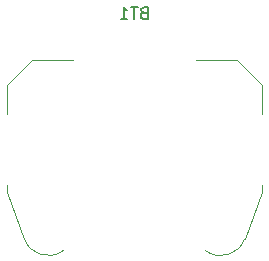
<source format=gbr>
%TF.GenerationSoftware,KiCad,Pcbnew,9.0.1*%
%TF.CreationDate,2025-04-08T04:17:53-04:00*%
%TF.ProjectId,juiceshanghai,6a756963-6573-4686-916e-676861692e6b,rev?*%
%TF.SameCoordinates,Original*%
%TF.FileFunction,Legend,Bot*%
%TF.FilePolarity,Positive*%
%FSLAX46Y46*%
G04 Gerber Fmt 4.6, Leading zero omitted, Abs format (unit mm)*
G04 Created by KiCad (PCBNEW 9.0.1) date 2025-04-08 04:17:53*
%MOMM*%
%LPD*%
G01*
G04 APERTURE LIST*
%ADD10C,0.150000*%
%ADD11C,0.120000*%
G04 APERTURE END LIST*
D10*
X152300714Y-107931009D02*
X152157857Y-107978628D01*
X152157857Y-107978628D02*
X152110238Y-108026247D01*
X152110238Y-108026247D02*
X152062619Y-108121485D01*
X152062619Y-108121485D02*
X152062619Y-108264342D01*
X152062619Y-108264342D02*
X152110238Y-108359580D01*
X152110238Y-108359580D02*
X152157857Y-108407200D01*
X152157857Y-108407200D02*
X152253095Y-108454819D01*
X152253095Y-108454819D02*
X152634047Y-108454819D01*
X152634047Y-108454819D02*
X152634047Y-107454819D01*
X152634047Y-107454819D02*
X152300714Y-107454819D01*
X152300714Y-107454819D02*
X152205476Y-107502438D01*
X152205476Y-107502438D02*
X152157857Y-107550057D01*
X152157857Y-107550057D02*
X152110238Y-107645295D01*
X152110238Y-107645295D02*
X152110238Y-107740533D01*
X152110238Y-107740533D02*
X152157857Y-107835771D01*
X152157857Y-107835771D02*
X152205476Y-107883390D01*
X152205476Y-107883390D02*
X152300714Y-107931009D01*
X152300714Y-107931009D02*
X152634047Y-107931009D01*
X151776904Y-107454819D02*
X151205476Y-107454819D01*
X151491190Y-108454819D02*
X151491190Y-107454819D01*
X150348333Y-108454819D02*
X150919761Y-108454819D01*
X150634047Y-108454819D02*
X150634047Y-107454819D01*
X150634047Y-107454819D02*
X150729285Y-107597676D01*
X150729285Y-107597676D02*
X150824523Y-107692914D01*
X150824523Y-107692914D02*
X150919761Y-107740533D01*
D11*
%TO.C,BT1*%
X162295000Y-114040000D02*
X162295000Y-116500000D01*
X162295000Y-122500000D02*
X162295000Y-123130000D01*
X162295000Y-123130000D02*
X160855000Y-127080000D01*
X160215000Y-111960000D02*
X162295000Y-114040000D01*
X156715000Y-111960000D02*
X160215000Y-111960000D01*
X142815000Y-111960000D02*
X146315000Y-111960000D01*
X142815000Y-111960000D02*
X140735000Y-114040000D01*
X140735000Y-114040000D02*
X140735000Y-116500000D01*
X140735000Y-122500000D02*
X140735000Y-123130000D01*
X140735000Y-123130000D02*
X142175000Y-127080000D01*
X160855000Y-127080000D02*
G75*
G02*
X157518354Y-128066530I-2030000J730001D01*
G01*
X145515000Y-128050000D02*
G75*
G02*
X142189757Y-127088169I-1310000J1700000D01*
G01*
%TD*%
M02*

</source>
